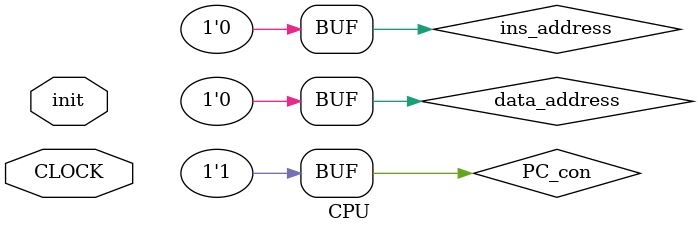
<source format=v>
`include "InstructionRAM.v"
`include "MainMemory.v"
`include "ALU.v"

module CPU (CLOCK, init);
input wire CLOCK, init;

wire RESET, ENABLE;
wire [31:0]fetch_ins, fetch_data;
wire [64:0]edit_serial;

reg [31:0]regs[31:0];
reg PC = 32'h0000_0000;
reg ins_address = 32'h0000_0000;
reg data_address = 32'h0000_0000;
reg[5:0] opcode, funct, shamt;

reg [15:0]imm;

reg[31:0] ALU_regA;
reg[31:0] ALU_regB;
reg[31:0] ALU_result;


reg [63:0] IF_ID;
reg [129:0] ID_EX;
reg [53:0] EX_MEM;
reg [78:0] MEM_WB;


reg overflow;

reg RegWrite;
reg MemtoReg;
reg MemWrite;
reg RegDst;
reg ALUSrc;

reg Branch;
reg ALU_control;

reg PCSrs;

reg ALUGate;
reg MemRead;


reg PC_con = 1'b1;

reg [31:0]ins;





// Instruction Fetch From Instruction Memory
always @(posedge CLOCK)
begin   
    ins = fetch_ins; 
    if (PC_con == 1'b1)
    begin
        opcode = ins[31:26];
        funct = ins[5:0];

        case(opcode)
            6'b000010: // srl
            begin
                PC = PC + 4 + 4 * ins[25:0];
            end
            6'b000011: // sra
            begin
                regs[31] = PC + 4;
                PC = PC + 4 + 4 * ins[25:0];
            end
            6'b000100: // beq
            begin
                if (ins[25:21] == ins[20:16])
                    PC = PC + 4 + 4 * ins[15:0];
            end
            6'b000101: // bne
            begin
                if (ins[25:21] != ins[20:16])
                    PC = PC + 4 + 4 * ins[15:0];
            end
            6'b000000:
                case(funct)
                    6'b000000: // sll
                    begin
                        
                    end
                    6'b000100: // sllv
                    begin
                        
                    end
                    6'b000010: // srlv
                    begin
                        
                    end
                    6'b000110: //srav
                    begin
                        
                    end
                    6'b101010: //slt
                    begin
                        
                    end
                endcase
        endcase
    PC = PC + 4;
    IF_ID[31:0] = ins;
    IF_ID[63:32] = PC;  
    
    end
    else    
    begin
        PC = PC - 4 - 4;
        IF_ID[31:0] = ins;
        IF_ID[63:32] = PC;
    end

end




// Instruction Decoding and Register Read
always @(posedge CLOCK) 
begin
    opcode = IF_ID[31:26];
    funct = IF_ID[5:0];

    if (opcode == 6'b100011 || opcode == 6'b101011 || opcode == 6'b001000 || opcode == 6'b001001)
        ID_EX[31:0] = {{16{IF_ID[15]}}, IF_ID[15:0]};
    else
        ID_EX[31:0] = {16'b0, IF_ID[15:0]};



    ID_EX[107:102] = opcode;
    ID_EX[101:96] = funct;

    ID_EX[114] = RegDst;
    ID_EX[113] = RegWrite;
    ID_EX[112] = ALUGate;
    ID_EX[111] = ALUSrc;
    ID_EX[110] = MemRead;
    ID_EX[109] = MemWrite;
    ID_EX[108] = MemtoReg;

    ID_EX[129:125] = IF_ID[25:21];
    ID_EX[124:120] = IF_ID[20:16];
    ID_EX[119:115] = IF_ID[15:11];

    // ID_EX[63:32] = IF_ID[31:0];
end





//Execute Operation or Calculate Address
always @(posedge CLOCK) 
begin
    overflow = 1'b0;
    opcode = ID_EX[63:58];
    funct = ID_EX[37:32];
    // imm = ID_EX[47:32];
    // shamt = ID_EX[42:38];


    if (ID_EX[112] == 1'b1)
    begin
        ALU_regA = regs[ID_EX[129:115]];
        if (ID_EX[111] == 1'b1)
            ALU_regB = ID_EX[31:0];
        else 
            ALU_regB = regs[ID_EX[124:120]];
    end

    // Execiton
    case(opcode)
        6'b000000: begin
            case(funct)
                //add
                6'b100000: begin              
                    ALU_result = $signed(ALU_regA) + $signed(ALU_regB);
                end

                //addu 
                6'b100001: begin
                    ALU_result = ALU_regA + ALU_regB;
                end

                //sub
                6'b100010: begin
                    ALU_result = $signed(ALU_regA) - $signed(ALU_regB);
                end

                //subu
                6'b100011: begin 
                    ALU_result = $unsigned(ALU_regA) - $unsigned(ALU_regB);
                end

                //and
                6'b100100: begin
                    ALU_result = ALU_regA & ALU_regB;
                end

                //nor
                6'b100111: begin
                    ALU_result = ~(ALU_regA | ALU_regB);
                end

                //or
                6'b100101: begin
                    ALU_result = ALU_regA | ALU_regB;
                end

                //xor
                6'b100110: begin
                    ALU_result = ALU_regA ^ ALU_regB;
                end

                //slt
                6'b101010: begin

                end

                //sltu
                6'b101011: begin

                end

                //sll
                6'b000000: begin
                    ALU_result = ALU_regB << shamt;
                end

                //sllv
                6'b000100: begin
                    ALU_result = ALU_regB << ALU_regA;
                end

                //srl
                6'b000010: begin
                    ALU_result = $unsigned(ALU_regB) >> shamt;
                end

                //srlv
                6'b000110: begin
                    ALU_result = $unsigned(ALU_regB) >> $unsigned(ALU_regA);
                end

                //sra
                6'b000011: begin
                    ALU_result = $signed(ALU_regB) >>> shamt;
                end

                //srav
                6'b000111: begin
                    ALU_result = $signed(ALU_regB) >>> $unsigned(ALU_regA);
                end
            endcase
        end

        //addi
        6'b001000: begin
            ALU_result = $signed(ALU_regA) + $signed(imm);
        end
        
        //addiu
        6'b001001: begin
            ALU_result = $unsigned(ALU_regA) + $unsigned(imm);
        end

        //andi
        6'b001100: begin
            ALU_result = ALU_regA & imm;
        end

        //ori
        6'b001101: begin
            ALU_result = ALU_regA | imm;
        end

        //xori
        6'b001110: begin
            ALU_result = ALU_regA ^ imm;
        end

        //beq
        6'b000100: begin

        end

        //bne
        6'b000101: begin

        end

        //slti
        6'b001010: begin

        end

        //sltiu
        6'b001011: begin
            ALU_result = ALU_regA - imm;
        end

        //lw
        6'b100011: begin
            ALU_result = ALU_regA + $signed(imm);
        end

        //sw
        6'b101011: begin
            ALU_result = ALU_regA + $signed(imm) ;
        end
    endcase

    EX_MEM[31:0] = ALU_result;
    //store control signals to EX_MEM
    EX_MEM[36] = ID_EX[114];
    EX_MEM[35] = ID_EX[113];
    EX_MEM[34] = ID_EX[110];
    EX_MEM[33] = ID_EX[109];
    EX_MEM[32] = ID_EX[108];
    EX_MEM[53] = ID_EX[112];
    EX_MEM[52] = ID_EX[111];

    EX_MEM[51:47] = ID_EX[129:125];
    EX_MEM[46:42] = ID_EX[124:120];
    EX_MEM[41:37] = ID_EX[119:115];
end






// Access Data Memory Operand
always @(posedge CLOCK) 
begin
    

end





// Write Result Back To Register
always @(posedge CLOCK) 
begin
    
end

endmodule
</source>
